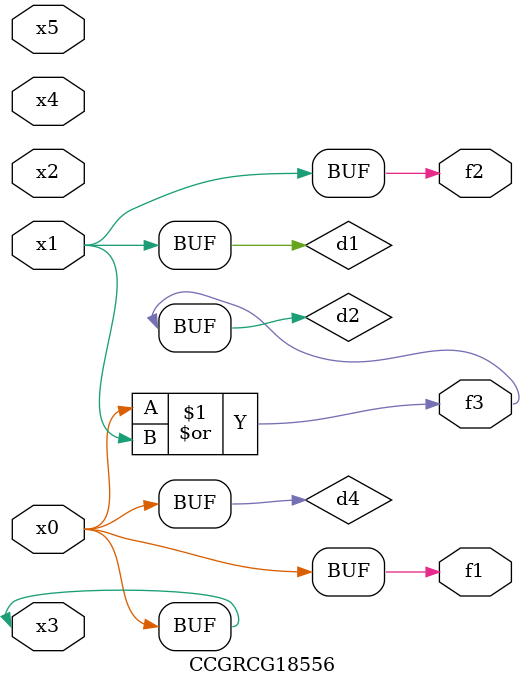
<source format=v>
module CCGRCG18556(
	input x0, x1, x2, x3, x4, x5,
	output f1, f2, f3
);

	wire d1, d2, d3, d4;

	and (d1, x1);
	or (d2, x0, x1);
	nand (d3, x0, x5);
	buf (d4, x0, x3);
	assign f1 = d4;
	assign f2 = d1;
	assign f3 = d2;
endmodule

</source>
